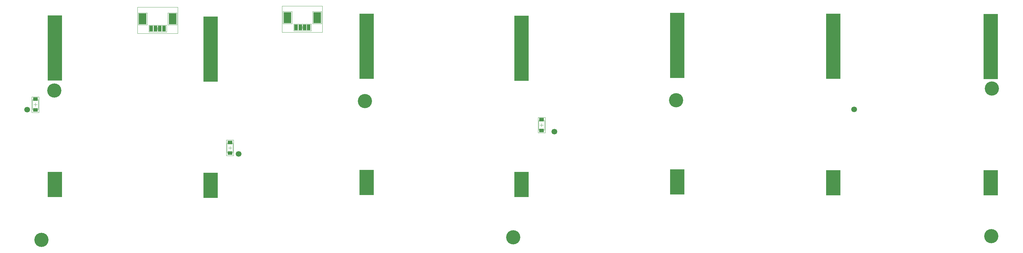
<source format=gbs>
G04 Layer_Color=16711935*
%FSLAX42Y42*%
%MOMM*%
G71*
G01*
G75*
%ADD12C,0.10*%
%ADD13C,0.05*%
%ADD22R,4.20X19.36*%
%ADD23R,4.20X7.46*%
%ADD24C,1.70*%
%ADD25C,4.20*%
%ADD26R,1.00X1.80*%
%ADD27R,2.30X3.20*%
%ADD28R,1.40X1.10*%
D12*
X11551Y6809D02*
X12072D01*
X11551Y6604D02*
X12072D01*
X11551D02*
Y6809D01*
X12072Y6604D02*
Y6809D01*
X11501Y6820D02*
Y7177D01*
X11234Y6820D02*
Y7177D01*
Y6820D02*
X11501D01*
X11234Y7177D02*
X11501D01*
X12110D02*
X12377D01*
X12110Y6820D02*
X12377D01*
X12110D02*
Y7177D01*
X12377Y6820D02*
Y7177D01*
X7262Y6773D02*
X7782D01*
X7262Y6568D02*
X7782D01*
X7262D02*
Y6773D01*
X7782Y6568D02*
Y6773D01*
X7211Y6784D02*
Y7141D01*
X6944Y6784D02*
Y7141D01*
Y6784D02*
X7211D01*
X6944Y7141D02*
X7211D01*
X7821D02*
X8087D01*
X7821Y6784D02*
X8087D01*
X7821D02*
Y7141D01*
X8087Y6784D02*
Y7141D01*
X3987Y4280D02*
Y4560D01*
X3807Y4280D02*
Y4560D01*
Y4280D02*
X3987D01*
X3807Y4560D02*
X3987D01*
X9753Y2997D02*
Y3277D01*
X9573Y2997D02*
Y3277D01*
Y2997D02*
X9753D01*
X9573Y3277D02*
X9753D01*
X18986Y3670D02*
Y3950D01*
X18806Y3670D02*
Y3950D01*
Y3670D02*
X18986D01*
X18806Y3950D02*
X18986D01*
X11807Y6657D02*
Y6757D01*
X11757Y6707D02*
X11857D01*
X7517Y6621D02*
Y6721D01*
X7467Y6671D02*
X7567D01*
X3847Y4420D02*
X3947D01*
X3897Y4370D02*
Y4470D01*
X9613Y3137D02*
X9713D01*
X9663Y3087D02*
Y3187D01*
X18846Y3810D02*
X18946D01*
X18896Y3760D02*
Y3860D01*
D13*
X11208Y7341D02*
X12402D01*
X11208Y6566D02*
X12402D01*
X11208D02*
Y7341D01*
X12402Y6566D02*
Y7341D01*
X6919Y7305D02*
X8113D01*
X6919Y6530D02*
X8113D01*
X6919D02*
Y7305D01*
X8113Y6530D02*
Y7305D01*
X4002Y4187D02*
Y4652D01*
X3792Y4187D02*
Y4652D01*
Y4187D02*
X4002D01*
X3792Y4652D02*
X4002D01*
X9768Y2904D02*
Y3369D01*
X9558Y2904D02*
Y3369D01*
Y2904D02*
X9768D01*
X9558Y3369D02*
X9768D01*
X19001Y3578D02*
Y4042D01*
X18791Y3578D02*
Y4042D01*
Y3578D02*
X19001D01*
X18791Y4042D02*
X19001D01*
D22*
X4477Y6095D02*
D03*
X9093Y6065D02*
D03*
X32207Y6141D02*
D03*
X27540Y6146D02*
D03*
X22917Y6171D02*
D03*
X18301Y6090D02*
D03*
X13714Y6147D02*
D03*
D23*
X4477Y2053D02*
D03*
X9093Y2023D02*
D03*
X32207Y2099D02*
D03*
X27540Y2104D02*
D03*
X22917Y2129D02*
D03*
X18301Y2048D02*
D03*
X13714Y2105D02*
D03*
D24*
X28154Y4280D02*
D03*
X19277Y3619D02*
D03*
X3656Y4267D02*
D03*
X9917Y2959D02*
D03*
D25*
X32220Y521D02*
D03*
X4077Y406D02*
D03*
X4458Y4839D02*
D03*
X18059Y483D02*
D03*
X13665Y4521D02*
D03*
X22885Y4547D02*
D03*
X32233Y4890D02*
D03*
D26*
X11621Y6706D02*
D03*
X11746D02*
D03*
X11871D02*
D03*
X11996D02*
D03*
X7331Y6670D02*
D03*
X7456D02*
D03*
X7581D02*
D03*
X7706D02*
D03*
D27*
X11366Y6996D02*
D03*
X12251D02*
D03*
X7076Y6960D02*
D03*
X7961D02*
D03*
D28*
X3897Y4260D02*
D03*
Y4580D02*
D03*
X9663Y2977D02*
D03*
Y3297D02*
D03*
X18896Y3650D02*
D03*
Y3970D02*
D03*
M02*

</source>
